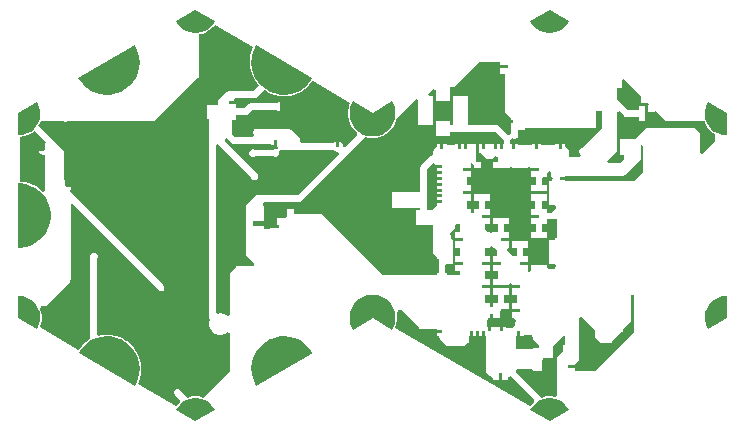
<source format=gbr>
%FSTAX23Y23*%
%MOIN*%
%SFA1B1*%

%IPPOS*%
%AMD21*
4,1,8,-0.019700,0.000000,-0.019700,0.000000,0.000000,-0.019700,0.000000,-0.019700,0.019700,0.000000,0.019700,0.000000,0.000000,0.019700,0.000000,0.019700,-0.019700,0.000000,0.0*
1,1,0.039370,0.000000,0.000000*
1,1,0.039370,0.000000,0.000000*
1,1,0.039370,0.000000,0.000000*
1,1,0.039370,0.000000,0.000000*
%
%AMD28*
4,1,8,-0.009800,0.017100,-0.009800,0.017100,-0.017100,-0.009800,-0.017100,-0.009800,0.009900,-0.017100,0.009900,-0.017100,0.017100,0.009800,0.017100,0.009800,-0.009800,0.017100,0.0*
1,1,0.039370,0.000000,0.000000*
1,1,0.039370,0.000000,0.000000*
1,1,0.039370,0.000000,0.000000*
1,1,0.039370,0.000000,0.000000*
%
%AMD29*
4,1,8,-0.009800,-0.017100,-0.009800,-0.017100,0.017100,-0.009800,0.017100,-0.009800,0.009800,0.017100,0.009800,0.017100,-0.017100,0.009800,-0.017100,0.009800,-0.009800,-0.017100,0.0*
1,1,0.039370,0.000000,0.000000*
1,1,0.039370,0.000000,0.000000*
1,1,0.039370,0.000000,0.000000*
1,1,0.039370,0.000000,0.000000*
%
%ADD10R,0.011811X0.021874*%
%ADD11R,0.012000X0.012000*%
%ADD12R,0.032000X0.032000*%
%ADD13R,0.012000X0.012000*%
%ADD14R,0.031496X0.025811*%
%ADD15R,0.049395X0.057331*%
%ADD16R,0.027559X0.027559*%
%ADD17R,0.039000X0.043000*%
%ADD18R,0.039000X0.039000*%
%ADD19R,0.025197X0.035039*%
%ADD20R,0.027559X0.025591*%
G04~CAMADD=21~8~0.0~0.0~393.7~393.7~196.9~0.0~15~0.0~0.0~0.0~0.0~0~0.0~0.0~0.0~0.0~0~0.0~0.0~0.0~90.0~394.0~393.0*
%ADD21D21*%
%ADD22R,0.037401X0.031496*%
%ADD23R,0.030709X0.029134*%
%ADD24R,0.041000X0.087000*%
%ADD25R,0.039000X0.039000*%
%ADD26R,0.087000X0.041000*%
%ADD27R,0.039000X0.118000*%
G04~CAMADD=28~8~0.0~0.0~393.7~393.7~196.9~0.0~15~0.0~0.0~0.0~0.0~0~0.0~0.0~0.0~0.0~0~0.0~0.0~0.0~30.0~392.0~392.0*
%ADD28D28*%
G04~CAMADD=29~8~0.0~0.0~393.7~393.7~196.9~0.0~15~0.0~0.0~0.0~0.0~0~0.0~0.0~0.0~0.0~0~0.0~0.0~0.0~150.0~392.0~392.0*
%ADD29D29*%
%ADD30R,0.031496X0.031496*%
%ADD31C,0.011811*%
%ADD32C,0.035000*%
%ADD33C,0.028000*%
%ADD34C,0.061811*%
%ADD35R,0.061811X0.061811*%
%ADD36C,0.015748*%
G36*
X00645Y00647D02*
X00642Y00641D01*
X00633Y00631*
X00624Y00622*
X00612Y00615*
X006Y00611*
X00587Y00608*
X00574*
X00561Y00611*
X00549Y00615*
X00538Y00622*
X00528Y00631*
X0052Y00641*
X00516Y00647*
X00581Y00684*
X00645Y00647*
G37*
G36*
X-00535D02*
X-00538Y00641D01*
X-00547Y00631*
X-00556Y00622*
X-00568Y00615*
X-0058Y00611*
X-00593Y00608*
X-00606*
X-00619Y00611*
X-00631Y00615*
X-00643Y00622*
X-00652Y00631*
X-00661Y00641*
X-00664Y00647*
X-006Y00684*
X-00535Y00647*
G37*
G36*
X-00407Y00562D02*
X-00407Y00562D01*
X-00413Y00546*
X-00413Y00545*
X-00413Y00545*
X-00417Y00528*
X-00417Y00527*
X-00417Y00527*
X-00418Y0051*
X-00418Y00509*
X-00418Y00509*
X-00417Y00492*
X-00417Y00491*
X-00417Y00491*
X-00412Y00474*
X-00412Y00474*
X-00412Y00473*
X-00405Y00458*
X-00405Y00457*
X-00405Y00457*
X-00396Y00442*
X-00395Y00442*
X-00395Y00442*
X-00388Y00433*
X-00407Y00414*
X-00491*
X-00495Y00413*
X-00499Y00411*
X-00521Y00388*
X-00524Y00385*
X-00525Y0038*
Y0038*
Y00376*
X-00526Y00368*
X-00561*
Y00323*
X-00555*
Y00236*
X-00556Y00231*
Y00226*
X-00555Y00222*
Y-00336*
X-00554Y-00341*
X-00551Y-00344*
X-0055Y-00346*
X-00551Y-00348*
X-00554Y-00357*
Y-00367*
X-00551Y-00376*
X-00546Y-00384*
X-0054Y-00391*
X-00532Y-00396*
X-00522Y-00398*
X-00513*
X-00504Y-00396*
X-00496Y-00391*
X-00493Y-00389*
X-00486Y-00392*
Y-0052*
X-00573Y-00608*
X-00578Y-00606*
X-00579Y-00606*
X-00579Y-00605*
X-00592Y-00603*
X-00592Y-00603*
X-00593Y-00603*
X-00606*
X-00607Y-00603*
X-00607Y-00603*
X-0062Y-00605*
X-0062Y-00606*
X-00621Y-00606*
X-00626Y-00608*
X-00653Y-00581*
X-00656Y-00579*
X-00661Y-00578*
X-00665Y-00579*
X-00668Y-00581*
X-00671Y-00585*
X-00672Y-00589*
X-00671Y-00593*
X-00668Y-00597*
X-00651Y-00614*
X-00651Y-00622*
X-00656Y-00627*
X-00656Y-00627*
X-00657Y-00627*
X-00664Y-00636*
X-00792Y-00562*
X-00792Y-00562*
X-00786Y-00546*
X-00786Y-00545*
X-00786Y-00545*
X-00782Y-00528*
X-00782Y-00527*
X-00782Y-00527*
X-00781Y-0051*
X-00781Y-00509*
X-00781Y-00509*
X-00782Y-00492*
X-00782Y-00491*
X-00782Y-00491*
X-00787Y-00474*
X-00787Y-00474*
X-00787Y-00473*
X-00794Y-00458*
X-00794Y-00457*
X-00794Y-00457*
X-00803Y-00442*
X-00804Y-00442*
X-00804Y-00442*
X-00815Y-00429*
X-00816Y-00429*
X-00816Y-00428*
X-00829Y-00417*
X-0083Y-00417*
X-0083Y-00417*
X-00845Y-00408*
X-00846Y-00408*
X-00846Y-00408*
X-00862Y-00402*
X-00862Y-00402*
X-00863Y-00401*
X-0088Y-00398*
X-0088Y-00398*
X-00881Y-00398*
X-00898Y-00397*
X-00898Y-00397*
X-00899Y-00397*
X-00916Y-00399*
X-00916Y-00399*
X-00917Y-00399*
X-00921Y-004*
X-00927Y-00396*
Y-00143*
X-00926Y-00139*
Y-00134*
X-00928Y-00129*
X-00931Y-00126*
X-00936Y-00124*
X-00941*
X-00946Y-00126*
X-00949Y-00129*
X-00951Y-00134*
Y-00139*
X-0095Y-00143*
Y-00411*
X-0095Y-00411*
X-0095Y-00412*
X-00951Y-00412*
X-00965Y-00421*
X-00965Y-00422*
X-00966Y-00422*
X-00978Y-00433*
X-00978Y-00434*
X-00979Y-00434*
X-00989Y-00448*
X-0099Y-00448*
X-01119Y-00373*
X-01115Y-00363*
X-01115Y-00362*
X-01114Y-00362*
X-01112Y-00349*
X-01112Y-00349*
X-01112Y-00348*
X-01112Y-00335*
X-01112Y-00335*
X-01112Y-00334*
X-01114Y-00321*
X-01114Y-00321*
X-01114Y-0032*
X-01117Y-00311*
X-01114Y-00304*
X-01113Y-00303*
X-01106*
X-01102Y-00302*
X-01098Y-003*
X-01019Y-00221*
X-01017Y-00217*
X-01016Y-00213*
Y00037*
X-01009Y0004*
X-00718Y-0025*
X-00703*
Y-00234*
X-01019Y00081*
Y00086*
X-01015Y0009*
X-01013Y00095*
X-0103*
Y001*
X-01035*
Y00119*
X-01038Y0012*
Y00211*
Y00211*
X-01039Y00215*
X-01041Y00219*
X-01123Y003*
X-01119Y00307*
X-01119Y00307*
X-01119Y00308*
X-01116Y00314*
X-0104*
X-01036Y00312*
X-01031*
X-01027Y00314*
X-00741*
X-00741Y00314*
X-00737Y00314*
X-00733Y00317*
X-00653Y00398*
X-00592Y00459*
Y00459*
X-00589Y00462*
X-00588Y00466*
Y00604*
X-00579Y00605*
X-00579Y00606*
X-00578Y00606*
X-00566Y0061*
X-00565Y00611*
X-00565Y00611*
X-00554Y00617*
X-00553Y00618*
X-00553Y00618*
X-00543Y00627*
X-00543Y00627*
X-00542Y00627*
X-00535Y00636*
X-00407Y00562*
G37*
G36*
X00416Y00503D02*
X00442D01*
Y00493*
X00416*
Y00473*
X00431*
Y00349*
X00431*
X00431Y00345*
X00434Y00341*
X00453Y00323*
X00456Y0032*
X00457Y0032*
X00458Y00318*
X00458Y00312*
X00456Y0031*
X00453Y00307*
X00452Y00303*
Y00275*
X00451Y00272*
X00447Y0027*
X00443Y00269*
X00413Y00299*
X00409Y00301*
X00405Y00302*
X00405*
X00309*
Y00398*
X00258*
Y00302*
X0025*
Y00315*
X00201*
Y00266*
X0025*
Y0028*
X00401*
X00428Y00253*
Y00239*
X00424*
Y00223*
X00414*
Y00239*
X00404*
Y00223*
X00394*
Y00239*
X00383*
X00376*
X00365*
Y00223*
X00355*
Y00239*
X00345*
Y00223*
Y00207*
X00351*
X00352Y00206*
X00364Y00194*
X00368Y00191*
X00372Y0019*
Y0019*
X00388*
X00388Y0019*
X00393Y00191*
X00396Y00194*
X004Y00197*
X00408Y00194*
Y0018*
X00393*
Y00159*
X00419*
X00446*
X00453Y00163*
X00456Y00161*
Y00159*
X00482*
X00508*
Y00162*
X00511Y00164*
X00519Y0016*
Y00159*
X00545*
Y00149*
X00519*
Y00128*
X00534*
Y00102*
X00519*
Y00081*
X00545*
X00571*
Y00102*
X00556*
Y00126*
X00559Y00128*
X00571*
Y0014*
X00578Y00147*
X00585Y00144*
Y00135*
Y00135*
X00586Y00131*
X00589Y00128*
X00592Y00124*
X00589Y00116*
X00579*
Y00074*
Y00035*
X00598*
X00603Y00028*
X00601Y00023*
X006*
Y00018*
X00598*
X00594Y00017*
X00591Y00015*
X00584Y00008*
X00571*
Y00023*
X00556*
Y0005*
X00571*
Y00071*
X00545*
X00519*
Y0005*
X00533*
Y00023*
X00519*
Y00002*
X00545*
Y-00007*
X00519*
Y-00028*
X00534*
Y-00055*
X00519*
Y-00076*
X00545*
X00571*
Y-00055*
X00556*
Y-00028*
X00571*
Y-00013*
X00589*
X00589*
X00593Y-00012*
X00594Y-00012*
X00598Y-0001*
X00605Y-00013*
Y-00043*
Y-00075*
X006*
Y-0008*
X00579*
Y-00121*
Y-00161*
X00598*
X00603Y-00168*
X00601Y-00173*
X006*
Y-00178*
X00579*
X00571Y-0017*
Y-00165*
X00545*
X00519*
Y-00184*
X00513Y-00189*
X00508Y-00185*
Y-00165*
X00482*
Y-00155*
X00508*
Y-00134*
X00493*
Y-00107*
X00508*
Y-00086*
X00482*
X00456*
Y-00107*
X00471*
Y-00134*
X00456*
X00451Y-00128*
X00437Y-00115*
X00441Y-00107*
X00445*
Y-00086*
X00419*
Y-00076*
X00445*
Y-00055*
X0043*
Y-00028*
X00445*
Y-00007*
X00419*
X00393*
Y-00028*
X00408*
Y-00055*
X00393*
Y-00055*
X00385Y-00059*
X00382Y-00057*
Y-00055*
X00377*
X00367Y-00045*
Y-00028*
X00382*
Y-00007*
X00356*
Y00002*
X00382*
Y00023*
X00367*
Y0005*
X00382*
Y00071*
X00356*
X0033*
Y0005*
X00345*
Y00023*
X0033*
Y00008*
X00319*
Y00023*
X00304*
Y0005*
X00319*
Y00071*
X00293*
Y00081*
X00319*
Y00102*
X00304*
Y00128*
X00319*
Y00149*
X00293*
Y00159*
X00319*
Y00173*
X00319Y00175*
X00323Y00176*
X0033Y0017*
Y00159*
X00351*
Y0018*
X00339*
X00337Y00182*
X00334Y00188*
X00335Y00191*
Y00196*
X00334Y00199*
X00335Y00203*
Y00223*
Y00239*
X00324*
X00317*
X00306*
Y00223*
X00296*
Y00239*
X00286*
Y00223*
X00276*
Y00239*
X00265*
Y00234*
X00238*
Y00239*
X00227*
Y00223*
X00217*
Y00239*
X00206*
Y00232*
X00205Y00231*
X00197Y00223*
X00194Y00219*
X00193Y00215*
Y00205*
X00188Y00198*
X00183*
X00178Y00196*
X00175Y00193*
X00173Y00189*
X00153Y00169*
X00151Y00165*
X0015Y00161*
X0015Y00161*
Y00077*
X00054*
Y00026*
X0015*
Y00018*
X00136*
Y-0003*
X00185*
X00192Y-00032*
Y-00041*
Y-00041*
Y-00121*
X00193Y-00125*
X00196Y-00129*
X00205Y-00138*
Y-00138*
X00206Y-00139*
Y-00146*
X00211*
Y-00193*
X00206*
Y-00198*
X00027*
X-00173Y00003*
X-00177Y00005*
X-00181Y00006*
X-00181*
X-0027*
Y00021*
X-00293*
Y-00004*
X-00298*
Y-00009*
X-00327*
Y-0003*
X-00322Y-00032*
Y-00042*
X-00345*
X-00349Y-00043*
X-00353Y-00045*
X-00353Y-00046*
X-0037*
Y-00036*
X-00408*
Y-00019*
X-0037*
Y00022*
X-00372Y00024*
X-00371Y00026*
Y00031*
X-00373Y00036*
X-00374Y00038*
X-00372Y00045*
X-00254*
X-00254Y00045*
X-0025Y00046*
X-00246Y00049*
X-00033Y00262*
X-00029Y0026*
X-00029Y00261*
X-00028Y0026*
X-00015Y00258*
X-00014Y00258*
X-00014Y00258*
X-00009Y00258*
X-00004Y00258*
X-00004Y00258*
X-00003Y00258*
X00009Y0026*
X0001Y00261*
X0001Y0026*
X00023Y00265*
X00024Y00265*
X00024Y00265*
X00036Y00272*
X00037Y00272*
X00037Y00273*
X00048Y00281*
X00048Y00282*
X00048Y00282*
X00057Y00293*
X00057Y00293*
X00058Y00293*
X00065Y00305*
X00065Y00306*
X00065Y00306*
X0007Y00319*
X0007Y0032*
X0007Y0032*
X00071Y00324*
X00134Y00387*
X00142Y00384*
Y00301*
X00193*
Y00398*
X00178*
X00175Y00405*
X00193Y00423*
X00201Y0042*
Y00383*
X0025*
Y00428*
X00257*
X00257Y00428*
X00262Y00429*
X00265Y00432*
X00346Y00512*
X00416*
Y00503*
G37*
G36*
X-0021Y00459D02*
X-00214Y00451D01*
X-00224Y00437*
X-00237Y00426*
X-00251Y00416*
X-00267Y00409*
X-00284Y00404*
X-00301Y00402*
X-00318Y00403*
X-00335Y00407*
X-00351Y00413*
X-00366Y00422*
X-00379Y00432*
X-00391Y00445*
X-004Y0046*
X-00407Y00476*
X-00411Y00492*
X-00413Y0051*
X-00412Y00527*
X-00408Y00544*
X-00402Y0056*
X-00397Y00567*
X-0021Y00459*
G37*
G36*
X-00797Y00559D02*
X-00791Y00543D01*
X-00787Y00527*
X-00786Y00509*
X-00788Y00492*
X-00792Y00475*
X-00799Y0046*
X-00808Y00445*
X-0082Y00432*
X-00833Y00421*
X-00848Y00413*
X-00864Y00407*
X-00881Y00403*
X-00898Y00402*
X-00915Y00404*
X-00932Y00409*
X-00948Y00416*
X-00962Y00426*
X-00975Y00437*
X-00985Y00451*
X-0099Y00459*
X-00802Y00567*
X-00797Y00559*
G37*
G36*
X-00084Y00375D02*
X-00088Y00364D01*
X-00088Y00363*
X-00088Y00363*
X-00091Y00349*
X-00091Y00349*
X-00091Y00348*
X-00091Y00335*
X-00091Y00334*
X-00091Y00334*
X-00089Y0032*
X-00089Y0032*
X-00089Y00319*
X-00084Y00306*
X-00084Y00306*
X-00084Y00305*
X-00077Y00293*
X-00076Y00293*
X-00076Y00293*
X-00067Y00282*
X-00067Y00282*
X-00067Y00281*
X-00061Y00277*
X-0006Y00266*
X-001Y00227*
X-00108Y0023*
Y00234*
X-0011Y00241*
X-00115Y00246*
X-00121Y00248*
Y0023*
X-00131*
Y00248*
X-00136Y00246*
X-0014Y00242*
X-00244*
X-0025Y00249*
Y00254*
X-00252Y00259*
X-00255Y00262*
X-00259Y00264*
X-00281Y00285*
X-00284Y00288*
X-00289Y00289*
X-00289*
X-00389*
X-00393Y0029*
X-00398*
X-00403Y00288*
X-00406Y00285*
X-00408Y0028*
Y00275*
X-00406Y0027*
X-0041Y00263*
X-00468*
X-00477Y00272*
Y00318*
X-00466*
Y00335*
X-00433*
X-00433*
X-00429Y00336*
X-00425Y00338*
X-00411Y00352*
X-00327*
X-00323Y00348*
X-00318Y00346*
Y00363*
Y0038*
X-00323Y00378*
X-00327Y00374*
X-00416*
X-0042Y00373*
X-00423Y00371*
X-00437Y00357*
X-00466*
Y00371*
X-00488*
Y00381*
X-00471*
X-00472Y00384*
X-00469Y00391*
X-00468Y00392*
X-00402*
X-00398Y00393*
X-00394Y00395*
X-00376Y00414*
X-00369Y00417*
X-00354Y00408*
X-00353Y00408*
X-00353Y00408*
X-00337Y00402*
X-00337Y00402*
X-00336Y00401*
X-00319Y00398*
X-00319Y00398*
X-00318Y00398*
X-00301Y00397*
X-00301Y00397*
X-003Y00397*
X-00283Y00399*
X-00283Y00399*
X-00282Y00399*
X-00266Y00404*
X-00265Y00404*
X-00265Y00404*
X-00249Y00411*
X-00249Y00412*
X-00248Y00412*
X-00234Y00421*
X-00234Y00422*
X-00233Y00422*
X-00221Y00433*
X-00221Y00434*
X-0022Y00434*
X-0021Y00448*
X-00209Y00448*
X-00084Y00375*
G37*
G36*
X00884Y00398D02*
Y00376D01*
X00906*
X00911Y00371*
X00908Y00364*
X00908*
Y00345*
X00927*
Y00345*
X00934Y00348*
X00966Y00317*
X00969Y00314*
X00973Y00314*
X01098*
X011Y00308*
X011Y00307*
X011Y00307*
X01107Y00296*
X01107Y00295*
X01107Y00295*
X01116Y00285*
X01116Y00285*
X01116Y00284*
X01127Y00276*
X01127Y00276*
X01127Y00275*
X01133Y00272*
Y00249*
X0109Y00206*
X01083Y00209*
Y00269*
X01082Y00274*
X01079Y00277*
X01068Y00288*
X01065Y00291*
X0106Y00292*
X0106*
X00906*
X00902Y00291*
X00899Y00288*
X00871Y00261*
X00866Y00256*
X00817*
Y00203*
X0083*
Y00189*
X00816Y00175*
X00776*
X00773Y00183*
X00804Y00214*
Y00214*
X00806Y00217*
X00807Y00221*
Y00221*
Y00344*
X00814Y00347*
X00829Y00332*
Y00332*
X00833Y0033*
X00837Y00329*
X00879*
Y00316*
X00898*
Y0034*
Y00364*
X00879*
Y00351*
X00842*
X00807Y00386*
Y00424*
X00821*
Y00451*
X00828Y00454*
X00884Y00398*
G37*
G36*
X01173Y00342D02*
X01173Y00267D01*
X01167Y00267*
X01154Y00269*
X01141Y00274*
X0113Y0028*
X0112Y00288*
X01111Y00298*
X01105Y0031*
X011Y00322*
X01098Y00335*
X01098Y00348*
X01101Y00361*
X01106Y00373*
X01109Y00379*
X01173Y00342*
G37*
G36*
X-01124Y00373D02*
X-0112Y00361D01*
X-01117Y00348*
X-01117Y00335*
X-01119Y00322*
X-01124Y0031*
X-0113Y00298*
X-01139Y00288*
X-01149Y0028*
X-0116Y00274*
X-01173Y00269*
X-01186Y00267*
X-01192Y00267*
X-01192Y00342*
X-01128Y00379*
X-01124Y00373*
G37*
G36*
X-01098Y00245D02*
X-011Y00242D01*
Y00219*
X-01105*
Y00214*
X-01122*
X-0112Y00209*
X-01115Y00204*
X-01108Y00202*
X-01102*
X-01102Y00202*
Y00083*
X-0111Y0008*
X-01117Y00087*
X-01117Y00087*
X-01117Y00087*
X-01131Y00097*
X-01132Y00097*
X-01132Y00098*
X-01148Y00105*
X-01148Y00105*
X-01148Y00105*
X-01165Y00111*
X-01165Y00111*
X-01166Y00111*
X-01183Y00113*
X-01183Y00113*
Y00262*
X-01172Y00264*
X-01171Y00264*
X-01171Y00264*
X-01158Y00268*
X-01158Y00269*
X-01158Y00269*
X-01146Y00275*
X-01146Y00276*
X-01145Y00276*
X-01137Y00283*
X-01098Y00245*
G37*
G36*
X-00009Y00343D02*
X00056Y00381D01*
X00059Y00375*
X00064Y00362*
X00067Y00348*
X00067Y00335*
X00065Y00321*
X0006Y00308*
X00053Y00296*
X00044Y00286*
X00034Y00277*
X00022Y0027*
X00009Y00266*
X-00004Y00264*
X-00009Y00264*
X-00014Y00264*
X-00027Y00266*
X-00041Y0027*
X-00053Y00277*
X-00063Y00286*
X-00072Y00296*
X-00079Y00308*
X-00084Y00321*
X-00086Y00335*
X-00086Y00348*
X-00083Y00362*
X-00078Y00375*
X-00075Y00381*
X-00009Y00343*
G37*
G36*
X00754Y00291D02*
X00689Y00226D01*
X00685Y00224*
X00682Y00221*
X0068Y00216*
Y00211*
X00682Y00206*
X00685Y00203*
X00685Y00201*
X00683Y00195*
X00645*
Y00213*
X00644Y00218*
X00641Y00221*
Y00221*
X00632Y00231*
Y00239*
X00621*
Y00223*
X00611*
Y00239*
X006*
Y00234*
X00553*
Y00239*
X00542*
Y00223*
X00532*
Y00239*
X00521*
Y00234*
X00475*
Y00239*
X00464*
Y00223*
X00454*
Y00239*
X0045*
Y00253*
X00452Y00255*
X00458Y00257*
X00461Y00256*
X00466*
X00471Y00258*
X00474Y00261*
X00476Y00266*
Y00271*
X00475Y00275*
Y00285*
X00498*
Y00291*
X00726*
X00731Y00292*
X00734Y00295*
X00737Y00298*
X00737Y00303*
Y00348*
X00754*
Y00291*
G37*
G36*
X00892Y00232D02*
Y00145D01*
X00864Y00116*
X00632*
Y0012*
X00616*
Y0013*
X00632*
Y00133*
X00826*
X00826Y00133*
X00831Y00134*
X00834Y00137*
X0088Y00183*
Y00183*
X00883Y00186*
X00884Y0019*
Y00235*
X00884Y00236*
X00892Y00232*
G37*
G36*
X-0048Y00244D02*
D01*
X-00477Y00241*
X-00473Y0024*
Y0024*
X-00347*
X-00343Y00236*
X-00338Y00234*
Y00251*
X-00328*
Y00231*
X-00327Y00231*
X-00326Y00224*
X-00327Y00222*
X-00335Y00221*
X-00336*
X-0034Y0022*
X-00402*
X-00406Y00221*
X-00411*
X-00416Y00219*
X-00419Y00216*
X-00421Y00211*
Y00206*
X-00419Y00201*
X-00416Y00198*
X-00411Y00196*
X-00406*
X-00402Y00197*
X-0034*
X-00336Y00196*
X-00331*
X-00326Y00198*
X-00323Y00201*
X-00321Y00206*
Y00211*
X-00322Y00215*
X-00322Y00216*
X-00316Y0022*
X-00312Y00219*
Y00219*
X-0014*
X-00136Y00215*
X-00129Y00213*
X-00125*
X-00122Y00205*
X-00259Y00068*
X-00395*
X-00399Y00067*
X-00402Y00064*
X-00427Y00039*
X-0043Y00036*
X-00431Y00031*
Y00031*
Y-00129*
Y-00129*
X-0043Y-00133*
X-00427Y-00136*
X-00403Y-00161*
X-00406Y-00168*
X-00459*
X-00463Y-00169*
X-00466Y-00172*
X-00482Y-00188*
X-00485Y-00191*
X-00486Y-00196*
Y-00196*
Y-00332*
X-00493Y-00336*
X-00496Y-00333*
X-00504Y-00329*
X-00513Y-00326*
X-00522*
X-00525Y-00327*
X-00532Y-00321*
Y00222*
X-00531Y00226*
Y00231*
X-00532Y00234*
X-00531Y00236*
X-00529Y00237*
X-00523Y00237*
X-00521Y00235*
X-00415Y00128*
X-00413Y00124*
X-0041Y0012*
X-00405Y00119*
X-004*
X-00395Y0012*
X-00391Y00124*
X-0039Y00129*
Y00134*
X-00391Y00139*
X-00395Y00142*
X-00399Y00144*
X-00502Y00247*
Y00255*
X-00502Y00256*
X-00495Y00258*
X-0048Y00244*
G37*
G36*
X00197Y00174D02*
X00197Y00174D01*
X00202Y00169*
X00222*
Y00159*
X00206*
Y00149*
X00222*
Y00139*
X00206*
Y0013*
X00222*
Y0012*
X00206*
Y0011*
X00222*
Y001*
X00206*
Y0009*
X00222*
Y0008*
X00206*
Y00071*
X00222*
Y00061*
X00206*
Y00051*
X00222*
Y00041*
X00206*
Y00035*
X00205Y00034*
Y00034*
X00196Y00025*
X00193Y00022*
X00193Y00019*
X00185Y00018*
X00185*
X00172*
Y00156*
X00189Y00173*
X00193Y00175*
X00197Y00174*
G37*
G36*
X00281Y-00055D02*
X00267D01*
Y-00076*
X00293*
Y-00086*
X00267*
Y-00107*
X00282*
Y-00134*
X00267*
Y-00155*
X00293*
Y-00165*
X00267*
Y-00186*
X00282*
Y-00196*
X0028Y-00198*
X0028*
X00238*
Y-00193*
X00233*
Y-00167*
X00237Y-00161*
X00259*
Y-00121*
Y-0008*
X00253Y-00074*
Y-00069*
X00251Y-00064*
X00248Y-00061*
X00251Y-00054*
X00255Y-0005*
X00259Y-00048*
X00262Y-00045*
X00264Y-0004*
Y-00035*
X00264Y-00035*
X0027Y-00028*
X00281*
Y-00055*
G37*
G36*
X-01166Y00105D02*
X-0115Y001D01*
X-01135Y00093*
X-0112Y00083*
X-01108Y00071*
X-01098Y00057*
X-0109Y00041*
X-01085Y00025*
X-01082Y00008*
X-01082Y-00008*
X-01085Y-00025*
X-0109Y-00042*
X-01098Y-00057*
X-01108Y-00071*
X-01121Y-00083*
X-01135Y-00093*
X-0115Y-00101*
X-01167Y-00106*
X-01184Y-00108*
X-01192Y-00108*
X-01192Y00108*
X-01184Y00108*
X-01166Y00105*
G37*
G36*
X00009Y-00266D02*
X00022Y-0027D01*
X00034Y-00277*
X00044Y-00286*
X00053Y-00296*
X0006Y-00308*
X00065Y-00321*
X00067Y-00335*
X00067Y-00348*
X00064Y-00362*
X00059Y-00375*
X00056Y-00381*
X-00009Y-00343*
X-00075Y-00381*
X-00078Y-00375*
X-00083Y-00362*
X-00086Y-00348*
X-00086Y-00335*
X-00084Y-00321*
X-00079Y-00308*
X-00072Y-00296*
X-00063Y-00286*
X-00053Y-00277*
X-00041Y-0027*
X-00027Y-00266*
X-00014Y-00264*
X-00009Y-00264*
X-00004Y-00264*
X00009Y-00266*
G37*
G36*
X00393Y-00105D02*
Y-00107D01*
X00398*
X00407Y-00116*
Y-00134*
X00393*
Y-00155*
X00419*
Y-00165*
X00393*
Y-00186*
X00408*
Y-00212*
X00393*
Y-00233*
X00419*
X00445*
Y-00227*
X00448Y-00224*
X00456Y-00228*
Y-00233*
X00482*
Y-00243*
X00456*
Y-00264*
X00471*
Y-00291*
X00456*
Y-00312*
X00482*
Y-00322*
X00456*
Y-00343*
X00463*
X00465Y-00346*
X00468Y-00351*
X00467Y-00354*
Y-00354*
Y-00364*
X00462Y-0037*
X00456Y-00375*
X0044*
X00435Y-0037*
X00435*
X00424*
Y-00386*
X00414*
Y-0037*
X00403*
X00396*
X00385*
Y-00386*
X00375*
Y-0037*
X00371*
Y-00353*
X00371Y-00351*
X00374Y-00345*
X00376Y-00343*
X00382*
Y-00328*
X00393*
Y-00343*
X00414*
Y-00317*
X00419*
Y-00312*
X00445*
Y-00291*
X0043*
Y-00264*
X00445*
Y-00243*
X00419*
X00393*
Y-00264*
X00408*
Y-00291*
X00393*
Y-00306*
X00382*
Y-00291*
X00367*
Y-00264*
X00382*
Y-00243*
X00356*
Y-00233*
X00382*
Y-00212*
X00367*
Y-00186*
X00382*
Y-00165*
X00356*
Y-00155*
X00382*
Y-00134*
X00367*
Y-00107*
X00382*
Y-00106*
X0039Y-00103*
X00393Y-00105*
G37*
G36*
X01173Y-00267D02*
D01*
X01173Y-00342*
X01109Y-00379*
X01106Y-00373*
X01101Y-00361*
X01098Y-00348*
X01098Y-00335*
X011Y-00322*
X01105Y-0031*
X01111Y-00298*
X0112Y-00288*
X0113Y-0028*
X01141Y-00274*
X01154Y-00269*
X01167Y-00267*
X01173Y-00267*
G37*
G36*
X-01173Y-00269D02*
X-0116Y-00274D01*
X-01149Y-0028*
X-01139Y-00288*
X-0113Y-00298*
X-01124Y-0031*
X-01119Y-00322*
X-01117Y-00335*
X-01117Y-00348*
X-0112Y-00361*
X-01124Y-00373*
X-01128Y-00379*
X-01192Y-00342*
X-01192Y-00267*
X-01186Y-00267*
X-01173Y-00269*
G37*
G36*
X00056Y-00381D02*
D01*
G37*
G36*
X00861Y-00388D02*
X00731Y-00518D01*
X00667*
Y-00509*
X00643*
Y-00499*
X00667*
Y-00496*
X00676Y-00486*
X00679Y-00483*
X0068Y-00479*
Y-00479*
Y-0034*
X00687Y-00337*
X00732Y-00382*
Y-00401*
X00733Y-00405*
X00736Y-00409*
X00748Y-00421*
X00751Y-00424*
X00756Y-00425*
Y-00425*
X00782*
X00782Y-00425*
X00786Y-00424*
X00789Y-00421*
X00817Y-00393*
Y-00393*
X0082Y-0039*
X0082Y-00388*
X00825*
Y-00377*
X00828Y-00375*
X00849Y-00355*
X00851Y-00351*
X00852Y-00347*
Y-00265*
X00861*
Y-00388*
G37*
G36*
X00632Y-00402D02*
X00632Y-0041D01*
Y-0043*
X00625*
Y-00452*
X0061Y-00467*
X00607Y-0047*
X00606Y-00474*
Y-006*
X00606Y-00601*
X00599Y-00605*
X00588Y-00603*
X00588Y-00603*
X00587Y-00603*
X00574*
X00574Y-00603*
X00573Y-00603*
X0056Y-00605*
X0056Y-00606*
X00559Y-00606*
X00554Y-00608*
X00468Y-00521*
X00471Y-00513*
X00523*
X00524Y-00518*
X00554*
Y-0048*
X00559*
Y-00475*
X00593*
Y-00441*
X00591Y-00435*
X00624Y-00402*
X00632*
G37*
G36*
X00483D02*
X00494D01*
Y-00397*
X00521*
Y-00402*
X00522*
X00526Y-00409*
X00527Y-00413*
X00529Y-00416*
X00546Y-00433*
X00544Y-00441*
X00524*
X00523Y-00446*
X0047*
Y-00402*
X00473*
Y-00386*
X00483*
Y-00402*
G37*
G36*
X-00284Y-00404D02*
X-00267Y-00409D01*
X-00251Y-00416*
X-00237Y-00426*
X-00224Y-00437*
X-00214Y-00451*
X-00209Y-00459*
X-00397Y-00567*
X-00402Y-00559*
X-00408Y-00543*
X-00412Y-00527*
X-00413Y-00509*
X-00411Y-00492*
X-00407Y-00475*
X-004Y-0046*
X-00391Y-00445*
X-00379Y-00432*
X-00366Y-00421*
X-00351Y-00413*
X-00335Y-00407*
X-00318Y-00403*
X-00301Y-00402*
X-00284Y-00404*
G37*
G36*
X-00881Y-00403D02*
X-00864Y-00407D01*
X-00848Y-00413*
X-00833Y-00422*
X-0082Y-00432*
X-00808Y-00445*
X-00799Y-0046*
X-00792Y-00476*
X-00788Y-00492*
X-00786Y-0051*
X-00787Y-00527*
X-00791Y-00544*
X-00797Y-0056*
X-00802Y-00567*
X-00989Y-00459*
X-00985Y-00451*
X-00975Y-00437*
X-00962Y-00426*
X-00948Y-00416*
X-00932Y-00409*
X-00915Y-00404*
X-00898Y-00402*
X-00881Y-00403*
G37*
G36*
X00146Y-00374D02*
Y-00374D01*
X0015Y-00377*
X00154Y-00377*
X00206*
Y-00381*
X00222*
Y-00391*
X00206*
Y-00402*
X00211Y-00402*
X00212Y-00406*
X00214Y-0041*
X00237Y-00432*
X0024Y-00435*
X00245Y-00436*
X00292*
X00292Y-00436*
X00297Y-00435*
X003Y-00432*
X00309Y-00424*
X00311Y-0042*
X00312Y-00416*
Y-00416*
Y-00402*
X00316*
Y-00386*
X00326*
Y-00402*
X00335*
Y-00386*
X00345*
Y-00402*
X00355*
Y-00386*
X00365*
Y-00402*
X00369*
Y-00517*
X00369Y-00521*
X00372Y-00525*
X00381Y-00534*
Y-00534*
X00384Y-00536*
X00388Y-00537*
X00392Y-00544*
Y-00549*
X00412*
Y-00526*
X00422*
Y-00549*
X00443*
Y-00539*
X00451Y-00536*
X00529Y-00614*
X00529Y-00622*
X00524Y-00627*
X00524Y-00627*
X00523Y-00627*
X00516Y-00636*
X00065Y-00375*
X00069Y-00364*
X00069Y-00363*
X0007Y-00363*
X00072Y-00349*
X00072Y-00349*
X00072Y-00348*
X00072Y-00335*
X00072Y-00334*
X00072Y-00334*
X00071Y-00324*
X00076Y-00317*
X00077Y-00316*
X00088*
X00146Y-00374*
G37*
G36*
X006Y-00611D02*
X00612Y-00615D01*
X00624Y-00622*
X00633Y-00631*
X00642Y-00641*
X00645Y-00647*
X00581Y-00684*
X00516Y-00647*
X0052Y-00641*
X00528Y-00631*
X00538Y-00622*
X00549Y-00615*
X00561Y-00611*
X00574Y-00608*
X00587*
X006Y-00611*
G37*
G36*
X-0058D02*
X-00568Y-00615D01*
X-00556Y-00622*
X-00547Y-00631*
X-00538Y-00641*
X-00535Y-00647*
X-006Y-00684*
X-00664Y-00647*
X-00661Y-00641*
X-00652Y-00631*
X-00643Y-00622*
X-00631Y-00615*
X-00619Y-00611*
X-00606Y-00608*
X-00593*
X-0058Y-00611*
G37*
M02*
</source>
